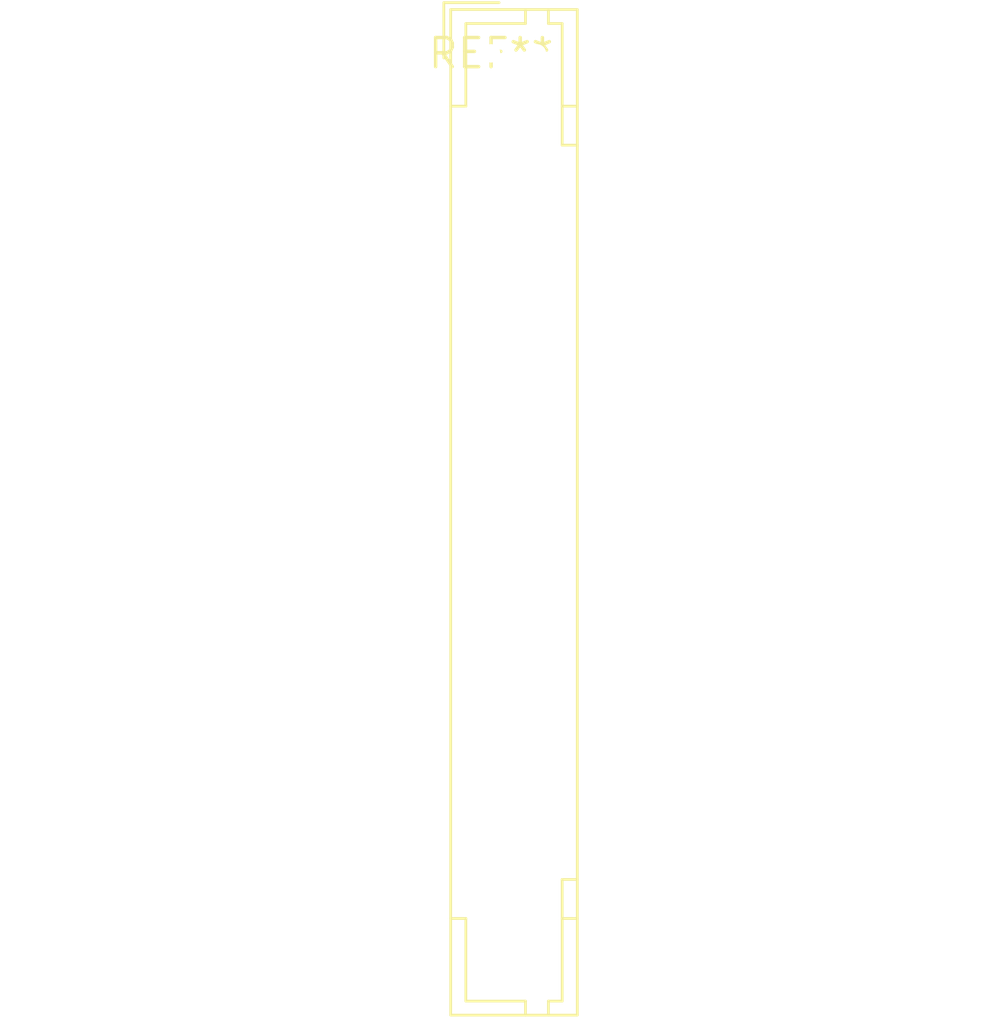
<source format=kicad_pcb>
(kicad_pcb (version 20240108) (generator pcbnew)
  (layers (0 "F.Cu" signal) (31 "B.Cu" signal) (34 "B.Paste" user) (35 "F.Paste" user) (36 "B.SilkS" user "B.Silkscreen") (37 "F.SilkS" user "F.Silkscreen") (38 "B.Mask" user) (39 "F.Mask" user) (44 "Edge.Cuts" user))
  (net 0 "")
  (footprint "JAE_LY20-42P-DT1_2x21_P2.00mm_Vertical" (layer "F.Cu") (at 0 0)
    (property "Reference" "REF**")
    (property "Value" "JAE_LY20-42P-DT1_2x21_P2.00mm_Vertical")
    (fp_line (start -2.06 -2.21) (end -2.06 0.2) (layer "F.SilkS") (stroke (width 0.12)))
    (fp_line (start -1.76 -1.91) (end -1.76 41.91) (layer "F.SilkS") (stroke (width 0.12)))
    (fp_line (start -1.76 41.91) (end 3.76 41.91) (layer "F.SilkS") (stroke (width 0.12)))
    (fp_line (start -1.1 -1.3) (end -1.1 2.3) (layer "F.SilkS") (stroke (width 0.12)))
    (fp_line (start -1.1 2.3) (end -1.76 2.3) (layer "F.SilkS") (stroke (width 0.12)))
    (fp_line (start -1.1 37.7) (end -1.76 37.7) (layer "F.SilkS") (stroke (width 0.12)))
    (fp_line (start -1.1 41.3) (end -1.1 37.7) (layer "F.SilkS") (stroke (width 0.12)))
    (fp_line (start 0.35 -2.21) (end -2.06 -2.21) (layer "F.SilkS") (stroke (width 0.12)))
    (fp_line (start 1.5 -1.91) (end 1.5 -1.3) (layer "F.SilkS") (stroke (width 0.12)))
    (fp_line (start 1.5 -1.3) (end -1.1 -1.3) (layer "F.SilkS") (stroke (width 0.12)))
    (fp_line (start 1.5 41.3) (end -1.1 41.3) (layer "F.SilkS") (stroke (width 0.12)))
    (fp_line (start 1.5 41.91) (end 1.5 41.3) (layer "F.SilkS") (stroke (width 0.12)))
    (fp_line (start 2.5 -1.91) (end 2.5 -1.3) (layer "F.SilkS") (stroke (width 0.12)))
    (fp_line (start 2.5 -1.3) (end 3.1 -1.3) (layer "F.SilkS") (stroke (width 0.12)))
    (fp_line (start 2.5 41.3) (end 3.1 41.3) (layer "F.SilkS") (stroke (width 0.12)))
    (fp_line (start 2.5 41.91) (end 2.5 41.3) (layer "F.SilkS") (stroke (width 0.12)))
    (fp_line (start 3.1 -1.3) (end 3.1 4) (layer "F.SilkS") (stroke (width 0.12)))
    (fp_line (start 3.1 4) (end 3.76 4) (layer "F.SilkS") (stroke (width 0.12)))
    (fp_line (start 3.1 36) (end 3.76 36) (layer "F.SilkS") (stroke (width 0.12)))
    (fp_line (start 3.1 41.3) (end 3.1 36) (layer "F.SilkS") (stroke (width 0.12)))
    (fp_line (start 3.76 -1.91) (end -1.76 -1.91) (layer "F.SilkS") (stroke (width 0.12)))
    (fp_line (start 3.76 2.3) (end 3.1 2.3) (layer "F.SilkS") (stroke (width 0.12)))
    (fp_line (start 3.76 37.7) (end 3.1 37.7) (layer "F.SilkS") (stroke (width 0.12)))
    (fp_line (start 3.76 41.91) (end 3.76 -1.91) (layer "F.SilkS") (stroke (width 0.12)))
    (pad "a1" thru_hole roundrect (at 0 0) (size 1.2 1.2) (drill 0.8) (layers *.Cu *.Mask) (remove_unused_layers) (roundrect_rratio 0.208333))
    (pad "a2" thru_hole circle (at 0 2) (size 1.2 1.2) (drill 0.8) (layers *.Cu *.Mask) (remove_unused_layers))
    (pad "a3" thru_hole circle (at 0 4) (size 1.2 1.2) (drill 0.8) (layers *.Cu *.Mask) (remove_unused_layers))
    (pad "a4" thru_hole circle (at 0 6) (size 1.2 1.2) (drill 0.8) (layers *.Cu *.Mask) (remove_unused_layers))
    (pad "a5" thru_hole circle (at 0 8) (size 1.2 1.2) (drill 0.8) (layers *.Cu *.Mask) (remove_unused_layers))
    (pad "a6" thru_hole circle (at 0 10) (size 1.2 1.2) (drill 0.8) (layers *.Cu *.Mask) (remove_unused_layers))
    (pad "a7" thru_hole circle (at 0 12) (size 1.2 1.2) (drill 0.8) (layers *.Cu *.Mask) (remove_unused_layers))
    (pad "a8" thru_hole circle (at 0 14) (size 1.2 1.2) (drill 0.8) (layers *.Cu *.Mask) (remove_unused_layers))
    (pad "a9" thru_hole circle (at 0 16) (size 1.2 1.2) (drill 0.8) (layers *.Cu *.Mask) (remove_unused_layers))
    (pad "a10" thru_hole circle (at 0 18) (size 1.2 1.2) (drill 0.8) (layers *.Cu *.Mask) (remove_unused_layers))
    (pad "a11" thru_hole circle (at 0 20) (size 1.2 1.2) (drill 0.8) (layers *.Cu *.Mask) (remove_unused_layers))
    (pad "a12" thru_hole circle (at 0 22) (size 1.2 1.2) (drill 0.8) (layers *.Cu *.Mask) (remove_unused_layers))
    (pad "a13" thru_hole circle (at 0 24) (size 1.2 1.2) (drill 0.8) (layers *.Cu *.Mask) (remove_unused_layers))
    (pad "a14" thru_hole circle (at 0 26) (size 1.2 1.2) (drill 0.8) (layers *.Cu *.Mask) (remove_unused_layers))
    (pad "a15" thru_hole circle (at 0 28) (size 1.2 1.2) (drill 0.8) (layers *.Cu *.Mask) (remove_unused_layers))
    (pad "a16" thru_hole circle (at 0 30) (size 1.2 1.2) (drill 0.8) (layers *.Cu *.Mask) (remove_unused_layers))
    (pad "a17" thru_hole circle (at 0 32) (size 1.2 1.2) (drill 0.8) (layers *.Cu *.Mask) (remove_unused_layers))
    (pad "a18" thru_hole circle (at 0 34) (size 1.2 1.2) (drill 0.8) (layers *.Cu *.Mask) (remove_unused_layers))
    (pad "a19" thru_hole circle (at 0 36) (size 1.2 1.2) (drill 0.8) (layers *.Cu *.Mask) (remove_unused_layers))
    (pad "a20" thru_hole circle (at 0 38) (size 1.2 1.2) (drill 0.8) (layers *.Cu *.Mask) (remove_unused_layers))
    (pad "a21" thru_hole circle (at 0 40) (size 1.2 1.2) (drill 0.8) (layers *.Cu *.Mask) (remove_unused_layers))
    (pad "b1" thru_hole circle (at 2 0) (size 1.2 1.2) (drill 0.8) (layers *.Cu *.Mask) (remove_unused_layers))
    (pad "b2" thru_hole circle (at 2 2) (size 1.2 1.2) (drill 0.8) (layers *.Cu *.Mask) (remove_unused_layers))
    (pad "b3" thru_hole circle (at 2 4) (size 1.2 1.2) (drill 0.8) (layers *.Cu *.Mask) (remove_unused_layers))
    (pad "b4" thru_hole circle (at 2 6) (size 1.2 1.2) (drill 0.8) (layers *.Cu *.Mask) (remove_unused_layers))
    (pad "b5" thru_hole circle (at 2 8) (size 1.2 1.2) (drill 0.8) (layers *.Cu *.Mask) (remove_unused_layers))
    (pad "b6" thru_hole circle (at 2 10) (size 1.2 1.2) (drill 0.8) (layers *.Cu *.Mask) (remove_unused_layers))
    (pad "b7" thru_hole circle (at 2 12) (size 1.2 1.2) (drill 0.8) (layers *.Cu *.Mask) (remove_unused_layers))
    (pad "b8" thru_hole circle (at 2 14) (size 1.2 1.2) (drill 0.8) (layers *.Cu *.Mask) (remove_unused_layers))
    (pad "b9" thru_hole circle (at 2 16) (size 1.2 1.2) (drill 0.8) (layers *.Cu *.Mask) (remove_unused_layers))
    (pad "b10" thru_hole circle (at 2 18) (size 1.2 1.2) (drill 0.8) (layers *.Cu *.Mask) (remove_unused_layers))
    (pad "b11" thru_hole circle (at 2 20) (size 1.2 1.2) (drill 0.8) (layers *.Cu *.Mask) (remove_unused_layers))
    (pad "b12" thru_hole circle (at 2 22) (size 1.2 1.2) (drill 0.8) (layers *.Cu *.Mask) (remove_unused_layers))
    (pad "b13" thru_hole circle (at 2 24) (size 1.2 1.2) (drill 0.8) (layers *.Cu *.Mask) (remove_unused_layers))
    (pad "b14" thru_hole circle (at 2 26) (size 1.2 1.2) (drill 0.8) (layers *.Cu *.Mask) (remove_unused_layers))
    (pad "b15" thru_hole circle (at 2 28) (size 1.2 1.2) (drill 0.8) (layers *.Cu *.Mask) (remove_unused_layers))
    (pad "b16" thru_hole circle (at 2 30) (size 1.2 1.2) (drill 0.8) (layers *.Cu *.Mask) (remove_unused_layers))
    (pad "b17" thru_hole circle (at 2 32) (size 1.2 1.2) (drill 0.8) (layers *.Cu *.Mask) (remove_unused_layers))
    (pad "b18" thru_hole circle (at 2 34) (size 1.2 1.2) (drill 0.8) (layers *.Cu *.Mask) (remove_unused_layers))
    (pad "b19" thru_hole circle (at 2 36) (size 1.2 1.2) (drill 0.8) (layers *.Cu *.Mask) (remove_unused_layers))
    (pad "b20" thru_hole circle (at 2 38) (size 1.2 1.2) (drill 0.8) (layers *.Cu *.Mask) (remove_unused_layers))
    (pad "b21" thru_hole circle (at 2 40) (size 1.2 1.2) (drill 0.8) (layers *.Cu *.Mask) (remove_unused_layers))
  )
)
</source>
